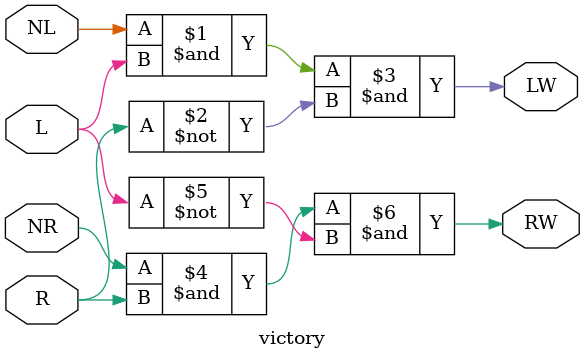
<source format=sv>

module victory(L, R, NL, NR, LW, RW);
	input logic L, R, NL, NR;
	output logic LW, RW;
	
	assign LW = NL & L & ~R;
	assign RW = NR & R & ~L;
endmodule

</source>
